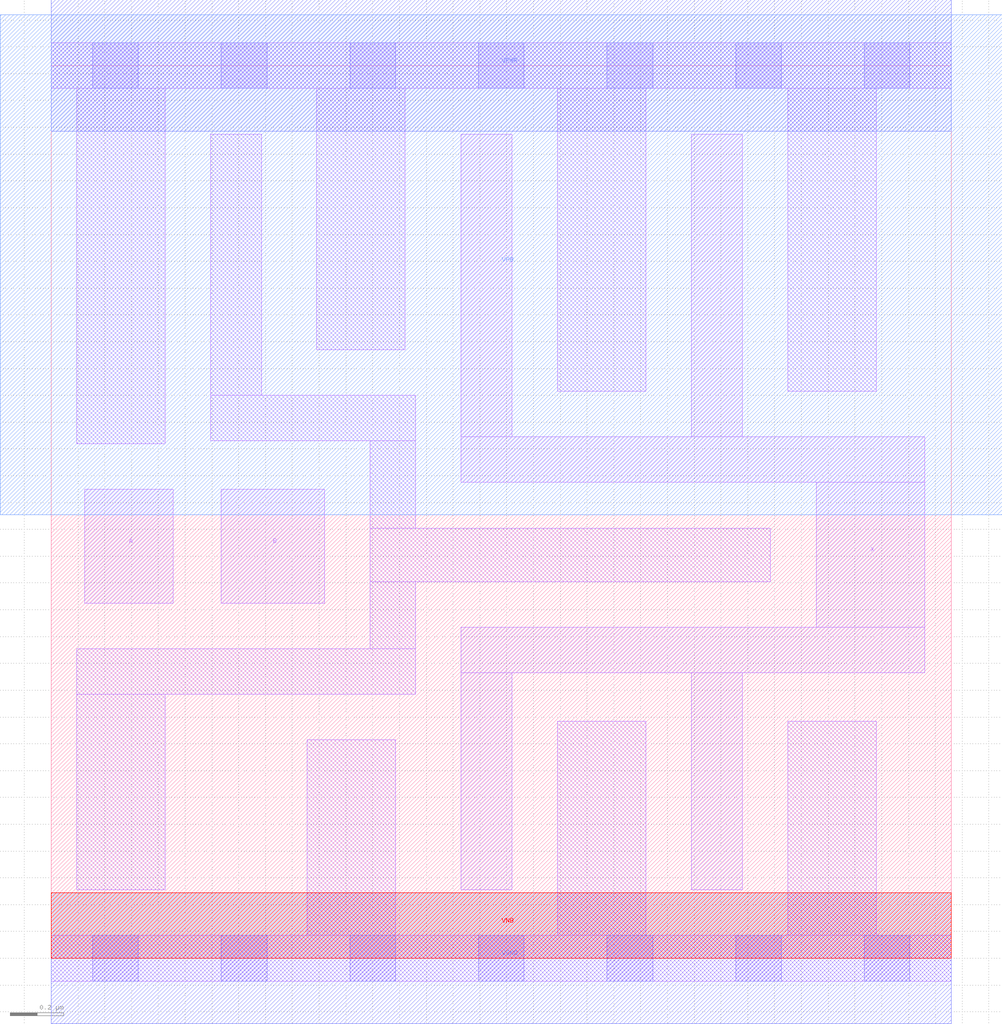
<source format=lef>
# Copyright 2020 The SkyWater PDK Authors
#
# Licensed under the Apache License, Version 2.0 (the "License");
# you may not use this file except in compliance with the License.
# You may obtain a copy of the License at
#
#     https://www.apache.org/licenses/LICENSE-2.0
#
# Unless required by applicable law or agreed to in writing, software
# distributed under the License is distributed on an "AS IS" BASIS,
# WITHOUT WARRANTIES OR CONDITIONS OF ANY KIND, either express or implied.
# See the License for the specific language governing permissions and
# limitations under the License.
#
# SPDX-License-Identifier: Apache-2.0

VERSION 5.7 ;
  NOWIREEXTENSIONATPIN ON ;
  DIVIDERCHAR "/" ;
  BUSBITCHARS "[]" ;
MACRO sky130_fd_sc_lp__and2_4
  CLASS CORE ;
  FOREIGN sky130_fd_sc_lp__and2_4 ;
  ORIGIN  0.000000  0.000000 ;
  SIZE  3.360000 BY  3.330000 ;
  SYMMETRY X Y R90 ;
  SITE unit ;
  PIN A
    ANTENNAGATEAREA  0.315000 ;
    DIRECTION INPUT ;
    USE SIGNAL ;
    PORT
      LAYER li1 ;
        RECT 0.125000 1.325000 0.455000 1.750000 ;
    END
  END A
  PIN B
    ANTENNAGATEAREA  0.315000 ;
    DIRECTION INPUT ;
    USE SIGNAL ;
    PORT
      LAYER li1 ;
        RECT 0.635000 1.325000 1.020000 1.750000 ;
    END
  END B
  PIN X
    ANTENNADIFFAREA  1.176000 ;
    DIRECTION OUTPUT ;
    USE SIGNAL ;
    PORT
      LAYER li1 ;
        RECT 1.530000 0.255000 1.720000 1.065000 ;
        RECT 1.530000 1.065000 3.260000 1.235000 ;
        RECT 1.530000 1.775000 3.260000 1.945000 ;
        RECT 1.530000 1.945000 1.720000 3.075000 ;
        RECT 2.390000 0.255000 2.580000 1.065000 ;
        RECT 2.390000 1.945000 2.580000 3.075000 ;
        RECT 2.855000 1.235000 3.260000 1.775000 ;
    END
  END X
  PIN VGND
    DIRECTION INOUT ;
    USE GROUND ;
    PORT
      LAYER met1 ;
        RECT 0.000000 -0.245000 3.360000 0.245000 ;
    END
  END VGND
  PIN VNB
    DIRECTION INOUT ;
    USE GROUND ;
    PORT
      LAYER pwell ;
        RECT 0.000000 0.000000 3.360000 0.245000 ;
    END
  END VNB
  PIN VPB
    DIRECTION INOUT ;
    USE POWER ;
    PORT
      LAYER nwell ;
        RECT -0.190000 1.655000 3.550000 3.520000 ;
    END
  END VPB
  PIN VPWR
    DIRECTION INOUT ;
    USE POWER ;
    PORT
      LAYER met1 ;
        RECT 0.000000 3.085000 3.360000 3.575000 ;
    END
  END VPWR
  OBS
    LAYER li1 ;
      RECT 0.000000 -0.085000 3.360000 0.085000 ;
      RECT 0.000000  3.245000 3.360000 3.415000 ;
      RECT 0.095000  0.255000 0.425000 0.985000 ;
      RECT 0.095000  0.985000 1.360000 1.155000 ;
      RECT 0.095000  1.920000 0.425000 3.245000 ;
      RECT 0.595000  1.930000 1.360000 2.100000 ;
      RECT 0.595000  2.100000 0.785000 3.075000 ;
      RECT 0.955000  0.085000 1.285000 0.815000 ;
      RECT 0.990000  2.270000 1.320000 3.245000 ;
      RECT 1.190000  1.155000 1.360000 1.405000 ;
      RECT 1.190000  1.405000 2.685000 1.605000 ;
      RECT 1.190000  1.605000 1.360000 1.930000 ;
      RECT 1.890000  0.085000 2.220000 0.885000 ;
      RECT 1.890000  2.115000 2.220000 3.245000 ;
      RECT 2.750000  0.085000 3.080000 0.885000 ;
      RECT 2.750000  2.115000 3.080000 3.245000 ;
    LAYER mcon ;
      RECT 0.155000 -0.085000 0.325000 0.085000 ;
      RECT 0.155000  3.245000 0.325000 3.415000 ;
      RECT 0.635000 -0.085000 0.805000 0.085000 ;
      RECT 0.635000  3.245000 0.805000 3.415000 ;
      RECT 1.115000 -0.085000 1.285000 0.085000 ;
      RECT 1.115000  3.245000 1.285000 3.415000 ;
      RECT 1.595000 -0.085000 1.765000 0.085000 ;
      RECT 1.595000  3.245000 1.765000 3.415000 ;
      RECT 2.075000 -0.085000 2.245000 0.085000 ;
      RECT 2.075000  3.245000 2.245000 3.415000 ;
      RECT 2.555000 -0.085000 2.725000 0.085000 ;
      RECT 2.555000  3.245000 2.725000 3.415000 ;
      RECT 3.035000 -0.085000 3.205000 0.085000 ;
      RECT 3.035000  3.245000 3.205000 3.415000 ;
  END
END sky130_fd_sc_lp__and2_4
END LIBRARY

</source>
